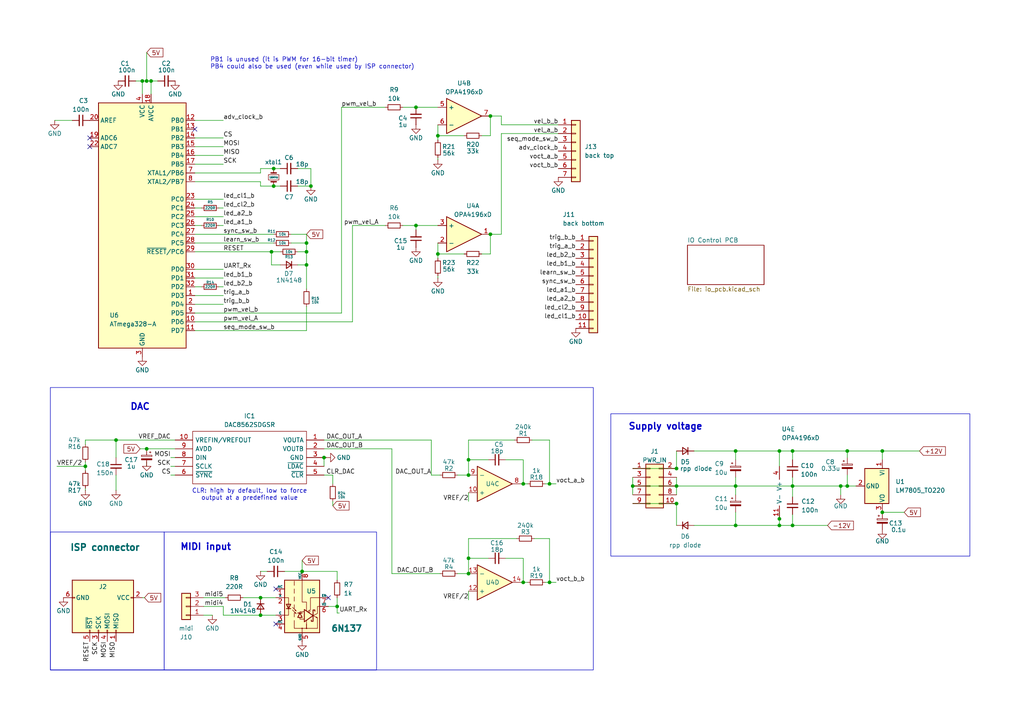
<source format=kicad_sch>
(kicad_sch (version 20231120) (generator "eeschema") (generator_version "8.0")
  (paper "A4")
  (junction (at 75.565 173.355))
  (junction (at 245.745 140.97))
  (junction (at 90.17 53.975))
  (junction (at 41.275 23.495))
  (junction (at 75.565 178.435))
  (junction (at 255.905 148.59))
  (junction (at 229.87 152.4))
  (junction (at 255.905 130.81))
  (junction (at 87.63 165.735))
  (junction (at 78.74 73.025))
  (junction (at 88.9 76.835))
  (junction (at 159.385 140.335))
  (junction (at 88.9 70.485))
  (junction (at 135.89 137.795))
  (junction (at 213.36 130.81))
  (junction (at 33.655 127.635))
  (junction (at 127 73.66))
  (junction (at 213.36 140.97))
  (junction (at 127 39.37))
  (junction (at 151.765 168.91))
  (junction (at 159.385 168.91))
  (junction (at 97.79 175.895))
  (junction (at 229.87 140.97))
  (junction (at 229.87 130.81))
  (junction (at 79.375 53.975))
  (junction (at 142.24 67.945))
  (junction (at 226.06 150.495))
  (junction (at 135.89 161.925))
  (junction (at 24.765 135.255))
  (junction (at 243.84 140.97))
  (junction (at 226.06 130.81))
  (junction (at 142.24 33.655))
  (junction (at 213.36 152.4))
  (junction (at 226.06 152.4))
  (junction (at 183.515 140.97))
  (junction (at 245.745 130.81))
  (junction (at 120.65 65.405))
  (junction (at 42.545 23.495))
  (junction (at 196.215 135.89))
  (junction (at 151.765 140.335))
  (junction (at 43.815 23.495))
  (junction (at 196.215 146.05))
  (junction (at 93.98 132.715))
  (junction (at 120.65 31.115))
  (junction (at 79.375 48.895))
  (junction (at 135.89 133.35))
  (junction (at 42.545 130.175))
  (junction (at 196.215 140.97))
  (junction (at 135.89 166.37))
  (junction (at 88.9 73.025))
  (no_connect (at 80.01 170.815))
  (no_connect (at 26.035 42.545))
  (no_connect (at 80.01 180.975))
  (no_connect (at 56.515 37.465))
  (no_connect (at 95.25 173.355))
  (no_connect (at 26.035 40.005))
  (wire (pts (xy 49.53 137.795) (xy 50.8 137.795)))
  (wire (pts (xy 42.545 15.24) (xy 42.545 23.495)))
  (wire (pts (xy 56.515 52.705) (xy 75.565 52.705)))
  (wire (pts (xy 245.745 137.795) (xy 245.745 140.97)))
  (wire (pts (xy 159.385 168.91) (xy 161.29 168.91)))
  (wire (pts (xy 127 73.66) (xy 134.62 73.66)))
  (wire (pts (xy 82.55 165.735) (xy 87.63 165.735)))
  (wire (pts (xy 146.685 133.35) (xy 151.765 133.35)))
  (wire (pts (xy 88.9 76.835) (xy 86.36 76.835)))
  (wire (pts (xy 229.87 138.43) (xy 229.87 140.97)))
  (wire (pts (xy 63.5 83.185) (xy 64.77 83.185)))
  (wire (pts (xy 56.515 67.945) (xy 79.375 67.945)))
  (wire (pts (xy 139.7 73.66) (xy 142.24 73.66)))
  (wire (pts (xy 135.89 156.21) (xy 135.89 161.925)))
  (wire (pts (xy 226.06 130.81) (xy 229.87 130.81)))
  (wire (pts (xy 245.745 130.81) (xy 255.905 130.81)))
  (wire (pts (xy 113.665 130.175) (xy 113.665 166.37)))
  (wire (pts (xy 139.7 39.37) (xy 142.24 39.37)))
  (wire (pts (xy 135.89 161.925) (xy 141.605 161.925)))
  (wire (pts (xy 96.52 140.335) (xy 96.52 137.795)))
  (wire (pts (xy 64.77 178.435) (xy 75.565 178.435)))
  (wire (pts (xy 75.565 178.435) (xy 80.01 178.435)))
  (wire (pts (xy 49.53 132.715) (xy 50.8 132.715)))
  (wire (pts (xy 154.94 156.21) (xy 159.385 156.21)))
  (wire (pts (xy 255.905 130.81) (xy 266.7 130.81)))
  (wire (pts (xy 132.715 166.37) (xy 135.89 166.37)))
  (wire (pts (xy 142.24 39.37) (xy 142.24 33.655)))
  (wire (pts (xy 159.385 127.635) (xy 159.385 140.335)))
  (wire (pts (xy 120.65 65.405) (xy 127 65.405)))
  (wire (pts (xy 88.9 95.885) (xy 88.9 88.9)))
  (wire (pts (xy 50.8 130.175) (xy 42.545 130.175)))
  (wire (pts (xy 135.89 173.99) (xy 135.89 171.45)))
  (wire (pts (xy 116.84 65.405) (xy 120.65 65.405)))
  (wire (pts (xy 149.225 127.635) (xy 135.89 127.635)))
  (wire (pts (xy 88.9 73.025) (xy 88.9 76.835)))
  (wire (pts (xy 56.515 70.485) (xy 79.375 70.485)))
  (wire (pts (xy 151.765 168.91) (xy 151.13 168.91)))
  (wire (pts (xy 229.87 149.225) (xy 229.87 152.4)))
  (wire (pts (xy 43.815 23.495) (xy 43.815 27.305)))
  (wire (pts (xy 56.515 80.645) (xy 64.77 80.645)))
  (wire (pts (xy 183.515 146.05) (xy 196.215 146.05)))
  (wire (pts (xy 97.79 165.735) (xy 97.79 168.275)))
  (wire (pts (xy 213.36 152.4) (xy 226.06 152.4)))
  (wire (pts (xy 56.515 45.085) (xy 64.77 45.085)))
  (wire (pts (xy 56.515 47.625) (xy 64.77 47.625)))
  (wire (pts (xy 97.79 177.8) (xy 98.425 177.8)))
  (wire (pts (xy 75.565 173.355) (xy 80.01 173.355)))
  (wire (pts (xy 102.235 65.405) (xy 102.235 93.345)))
  (wire (pts (xy 145.415 36.195) (xy 161.925 36.195)))
  (wire (pts (xy 102.235 65.405) (xy 111.76 65.405)))
  (wire (pts (xy 87.63 165.735) (xy 97.79 165.735)))
  (wire (pts (xy 245.745 140.97) (xy 248.285 140.97)))
  (wire (pts (xy 70.485 173.355) (xy 75.565 173.355)))
  (wire (pts (xy 15.875 34.925) (xy 20.955 34.925)))
  (wire (pts (xy 97.79 177.8) (xy 97.79 175.895)))
  (wire (pts (xy 255.905 133.35) (xy 255.905 130.81)))
  (wire (pts (xy 127 39.37) (xy 127 40.64)))
  (wire (pts (xy 213.36 130.81) (xy 213.36 133.35)))
  (wire (pts (xy 183.515 140.97) (xy 196.215 140.97)))
  (wire (pts (xy 213.36 130.81) (xy 226.06 130.81)))
  (wire (pts (xy 229.87 152.4) (xy 240.03 152.4)))
  (wire (pts (xy 213.36 138.43) (xy 213.36 140.97)))
  (wire (pts (xy 56.515 40.005) (xy 64.77 40.005)))
  (wire (pts (xy 56.515 50.165) (xy 75.565 50.165)))
  (wire (pts (xy 201.295 130.81) (xy 213.36 130.81)))
  (wire (pts (xy 196.215 138.43) (xy 196.215 140.97)))
  (wire (pts (xy 127 39.37) (xy 134.62 39.37)))
  (wire (pts (xy 58.42 60.325) (xy 56.515 60.325)))
  (wire (pts (xy 229.87 140.97) (xy 243.84 140.97)))
  (wire (pts (xy 33.655 142.24) (xy 33.655 137.795)))
  (wire (pts (xy 159.385 140.335) (xy 161.29 140.335)))
  (wire (pts (xy 226.06 130.81) (xy 226.06 135.255)))
  (wire (pts (xy 84.455 67.945) (xy 88.9 67.945)))
  (wire (pts (xy 56.515 73.025) (xy 78.74 73.025)))
  (wire (pts (xy 84.455 70.485) (xy 88.9 70.485)))
  (wire (pts (xy 41.91 173.355) (xy 41.275 173.355)))
  (wire (pts (xy 196.215 140.97) (xy 213.36 140.97)))
  (wire (pts (xy 75.565 48.895) (xy 79.375 48.895)))
  (wire (pts (xy 226.06 150.495) (xy 226.06 152.4)))
  (wire (pts (xy 56.515 93.345) (xy 102.235 93.345)))
  (wire (pts (xy 24.765 127.635) (xy 33.655 127.635)))
  (wire (pts (xy 135.89 161.925) (xy 135.89 166.37)))
  (wire (pts (xy 95.25 175.895) (xy 97.79 175.895)))
  (wire (pts (xy 213.36 140.97) (xy 229.87 140.97)))
  (wire (pts (xy 120.65 31.115) (xy 116.84 31.115)))
  (wire (pts (xy 24.765 136.525) (xy 24.765 135.255)))
  (wire (pts (xy 79.375 48.895) (xy 81.28 48.895)))
  (wire (pts (xy 229.87 130.81) (xy 229.87 133.35)))
  (wire (pts (xy 154.305 127.635) (xy 159.385 127.635)))
  (wire (pts (xy 42.545 23.495) (xy 43.815 23.495)))
  (wire (pts (xy 96.52 146.685) (xy 96.52 145.415)))
  (wire (pts (xy 42.545 133.985) (xy 42.545 135.255)))
  (wire (pts (xy 196.215 140.97) (xy 196.215 143.51)))
  (wire (pts (xy 86.36 73.025) (xy 88.9 73.025)))
  (wire (pts (xy 151.765 140.335) (xy 151.13 140.335)))
  (wire (pts (xy 151.765 161.925) (xy 151.765 168.91)))
  (wire (pts (xy 159.385 168.91) (xy 158.115 168.91)))
  (wire (pts (xy 24.765 142.24) (xy 24.765 141.605)))
  (wire (pts (xy 64.77 34.925) (xy 56.515 34.925)))
  (wire (pts (xy 127 36.195) (xy 127 39.37)))
  (wire (pts (xy 75.565 53.975) (xy 79.375 53.975)))
  (wire (pts (xy 159.385 156.21) (xy 159.385 168.91)))
  (wire (pts (xy 24.765 135.255) (xy 24.765 133.985)))
  (wire (pts (xy 213.36 148.59) (xy 213.36 152.4)))
  (wire (pts (xy 135.89 133.35) (xy 141.605 133.35)))
  (wire (pts (xy 88.9 70.485) (xy 88.9 67.945)))
  (wire (pts (xy 135.89 145.415) (xy 135.89 142.875)))
  (wire (pts (xy 58.42 83.185) (xy 56.515 83.185)))
  (wire (pts (xy 63.5 60.325) (xy 64.77 60.325)))
  (wire (pts (xy 226.06 152.4) (xy 229.87 152.4)))
  (wire (pts (xy 75.565 165.735) (xy 77.47 165.735)))
  (wire (pts (xy 146.685 161.925) (xy 151.765 161.925)))
  (wire (pts (xy 113.665 166.37) (xy 127.635 166.37)))
  (wire (pts (xy 151.765 133.35) (xy 151.765 140.335)))
  (wire (pts (xy 229.87 130.81) (xy 245.745 130.81)))
  (wire (pts (xy 145.415 33.655) (xy 145.415 36.195)))
  (wire (pts (xy 39.37 23.495) (xy 41.275 23.495)))
  (wire (pts (xy 97.79 173.355) (xy 97.79 175.895)))
  (wire (pts (xy 40.64 130.175) (xy 42.545 130.175)))
  (wire (pts (xy 196.215 152.4) (xy 196.215 146.05)))
  (wire (pts (xy 243.84 143.51) (xy 243.84 140.97)))
  (wire (pts (xy 93.98 127.635) (xy 125.095 127.635)))
  (wire (pts (xy 153.035 140.335) (xy 151.765 140.335)))
  (wire (pts (xy 41.275 23.495) (xy 41.275 27.305)))
  (wire (pts (xy 86.36 48.895) (xy 90.17 48.895)))
  (wire (pts (xy 93.98 132.715) (xy 93.98 135.255)))
  (wire (pts (xy 159.385 140.335) (xy 158.115 140.335)))
  (wire (pts (xy 16.51 135.255) (xy 24.765 135.255)))
  (wire (pts (xy 78.74 76.835) (xy 81.28 76.835)))
  (wire (pts (xy 142.24 67.945) (xy 145.415 67.945)))
  (wire (pts (xy 127 70.485) (xy 127 73.66)))
  (wire (pts (xy 86.36 53.975) (xy 90.17 53.975)))
  (wire (pts (xy 99.06 31.115) (xy 111.76 31.115)))
  (wire (pts (xy 33.655 127.635) (xy 50.8 127.635)))
  (wire (pts (xy 120.65 66.675) (xy 120.65 65.405)))
  (wire (pts (xy 41.275 23.495) (xy 42.545 23.495)))
  (wire (pts (xy 127 46.355) (xy 127 45.72)))
  (wire (pts (xy 196.215 130.81) (xy 196.215 135.89)))
  (wire (pts (xy 56.515 57.785) (xy 64.77 57.785)))
  (wire (pts (xy 135.89 133.35) (xy 135.89 137.795)))
  (wire (pts (xy 64.77 88.265) (xy 56.515 88.265)))
  (wire (pts (xy 64.77 85.725) (xy 56.515 85.725)))
  (wire (pts (xy 75.565 48.895) (xy 75.565 50.165)))
  (wire (pts (xy 64.77 78.105) (xy 56.515 78.105)))
  (wire (pts (xy 33.655 132.715) (xy 33.655 127.635)))
  (wire (pts (xy 75.565 53.975) (xy 75.565 52.705)))
  (wire (pts (xy 78.74 73.025) (xy 81.28 73.025)))
  (wire (pts (xy 183.515 140.97) (xy 183.515 143.51)))
  (wire (pts (xy 183.515 135.89) (xy 196.215 135.89)))
  (wire (pts (xy 49.53 135.255) (xy 50.8 135.255)))
  (wire (pts (xy 245.745 140.97) (xy 243.84 140.97)))
  (wire (pts (xy 93.98 130.175) (xy 113.665 130.175)))
  (wire (pts (xy 24.765 128.905) (xy 24.765 127.635)))
  (wire (pts (xy 127 80.645) (xy 127 80.01)))
  (wire (pts (xy 59.055 173.355) (xy 65.405 173.355)))
  (wire (pts (xy 45.72 23.495) (xy 43.815 23.495)))
  (wire (pts (xy 142.24 33.655) (xy 145.415 33.655)))
  (wire (pts (xy 125.095 127.635) (xy 125.095 137.795)))
  (wire (pts (xy 90.17 48.895) (xy 90.17 53.975)))
  (wire (pts (xy 132.715 137.795) (xy 135.89 137.795)))
  (wire (pts (xy 58.42 65.405) (xy 56.515 65.405)))
  (wire (pts (xy 183.515 138.43) (xy 183.515 140.97)))
  (wire (pts (xy 56.515 95.885) (xy 88.9 95.885)))
  (wire (pts (xy 245.745 132.715) (xy 245.745 130.81)))
  (wire (pts (xy 56.515 90.805) (xy 99.06 90.805)))
  (wire (pts (xy 93.98 137.795) (xy 96.52 137.795)))
  (wire (pts (xy 79.375 53.975) (xy 81.28 53.975)))
  (wire (pts (xy 88.9 76.835) (xy 88.9 83.82)))
  (wire (pts (xy 94.615 132.715) (xy 93.98 132.715)))
  (wire (pts (xy 145.415 67.945) (xy 145.415 38.735)))
  (wire (pts (xy 78.74 73.025) (xy 78.74 76.835)))
  (wire (pts (xy 142.24 73.66) (xy 142.24 67.945)))
  (wire (pts (xy 99.06 90.805) (xy 99.06 31.115)))
  (wire (pts (xy 59.055 175.895) (xy 64.77 175.895)))
  (wire (pts (xy 135.89 127.635) (xy 135.89 133.35)))
  (wire (pts (xy 226.06 148.59) (xy 226.06 150.495)))
  (wire (pts (xy 88.9 73.025) (xy 88.9 70.485)))
  (wire (pts (xy 61.595 178.435) (xy 59.055 178.435)))
  (wire (pts (xy 56.515 42.545) (xy 64.77 42.545)))
  (wire (pts (xy 63.5 65.405) (xy 64.77 65.405)))
  (wire (pts (xy 120.65 31.115) (xy 127 31.115)))
  (wire (pts (xy 145.415 38.735) (xy 161.925 38.735)))
  (wire (pts (xy 149.86 156.21) (xy 135.89 156.21)))
  (wire (pts (xy 153.035 168.91) (xy 151.765 168.91)))
  (wire (pts (xy 125.095 137.795) (xy 127.635 137.795)))
  (wire (pts (xy 87.63 162.56) (xy 87.63 165.735)))
  (wire (pts (xy 201.295 152.4) (xy 213.36 152.4)))
  (wire (pts (xy 127 73.66) (xy 127 74.93)))
  (wire (pts (xy 255.905 148.59) (xy 262.255 148.59)))
  (wire (pts (xy 213.36 143.51) (xy 213.36 140.97)))
  (wire (pts (xy 56.515 62.865) (xy 64.77 62.865)))
  (wire (pts (xy 229.87 140.97) (xy 229.87 144.145)))
  (wire (pts (xy 64.77 175.895) (xy 64.77 178.435)))
  (rectangle (start 47.625 154.305) (end 109.22 194.31))
  (rectangle (start 14.605 112.395) (end 172.085 194.31))
  (rectangle (start 14.605 154.305) (end 47.625 194.31))
  (rectangle (start 177.165 120.015) (end 281.305 161.29))
  (text "MIDI input" (at 59.69 158.75 0) (effects (font (size 1.905 1.905) (thickness 0.381) (bold yes))))
  (text "CLR: high by default, low to force\noutput at a predefined value" (at 72.39 143.51 0) (effects (font (size 1.27 1.27))))
  (text "Supply voltage" (at 193.04 123.825 0) (effects (font (size 1.905 1.905) (thickness 0.381) (bold yes))))
  (text "PB1 is unused (it is PWM for 16-bit timer)\nPB4 could also be used (even while used by ISP connector)" (at 60.96 18.415 0) (effects (font (size 1.27 1.27)) (justify left)))
  (text "DAC" (at 40.64 118.11 0) (effects (font (size 1.905 1.905) (thickness 0.381) (bold yes))))
  (label "MISO" (at 33.655 186.055 270))
  (label "led_cl2_b" (at 167.005 90.17 180))
  (label "RESET" (at 26.035 186.055 270))
  (label "led_a2_b" (at 64.77 62.865 0))
  (label "sync_sw_b" (at 64.77 67.945 0))
  (label "trig_b_b" (at 167.005 69.85 180))
  (label "VREF{slash}2" (at 135.89 145.415 180))
  (label "UART_Rx" (at 64.77 78.105 0))
  (label "SCK" (at 28.575 186.055 270))
  (label "seq_mode_sw_b" (at 161.925 41.275 180))
  (label "learn_sw_b" (at 167.005 80.01 180))
  (label "RESET" (at 64.77 73.025 0))
  (label "trig_b_b" (at 64.77 88.265 0))
  (label "pwm_vel_A" (at 64.77 93.345 0))
  (label "pwm_vel_A" (at 109.855 65.405 180))
  (label "VREF_DAC" (at 49.53 127.635 180))
  (label "led_b2_b" (at 64.77 83.185 0))
  (label "seq_mode_sw_b" (at 64.77 95.885 0))
  (label "led_a1_b" (at 64.77 65.405 0))
  (label "sync_sw_b" (at 167.005 82.55 180))
  (label "midi5" (at 64.77 173.355 180))
  (label "DAC_OUT_A" (at 94.615 127.635 0))
  (label "CS" (at 64.77 40.005 0))
  (label "DAC_OUT_B" (at 94.615 130.175 0))
  (label "voct_b_b" (at 161.29 168.91 0))
  (label "MOSI" (at 31.115 186.055 270))
  (label "led_a1_b" (at 167.005 85.09 180))
  (label "pwm_vel_b" (at 64.77 90.805 0))
  (label "CS" (at 49.53 137.795 180))
  (label "adv_clock_b" (at 161.925 43.815 180))
  (label "adv_clock_b" (at 64.77 34.925 0))
  (label "DAC_OUT_A" (at 125.095 137.795 180))
  (label "voct_b_b" (at 161.925 48.895 180))
  (label "UART_Rx" (at 98.425 177.8 0))
  (label "led_b2_b" (at 167.005 74.93 180))
  (label "led_b1_b" (at 64.77 80.645 0))
  (label "vel_b_b" (at 161.925 36.195 180))
  (label "SCK" (at 64.77 47.625 0))
  (label "trig_a_b" (at 167.005 72.39 180))
  (label "led_a2_b" (at 167.005 87.63 180))
  (label "MOSI" (at 64.77 42.545 0))
  (label "vel_a_b" (at 161.925 38.735 180))
  (label "trig_a_b" (at 64.77 85.725 0))
  (label "voct_a_b" (at 161.925 46.355 180))
  (label "led_b1_b" (at 167.005 77.47 180))
  (label "VREF{slash}2" (at 16.51 135.255 0))
  (label "pwm_vel_b" (at 109.22 31.115 180))
  (label "learn_sw_b" (at 64.77 70.485 0))
  (label "MOSI" (at 49.53 132.715 180))
  (label "led_cl1_b" (at 64.77 57.785 0))
  (label "led_cl1_b" (at 167.005 92.71 180))
  (label "DAC_OUT_B" (at 125.73 166.37 180))
  (label "VREF{slash}2" (at 135.89 173.99 180))
  (label "SCK" (at 49.53 135.255 180))
  (label "led_cl2_b" (at 64.77 60.325 0))
  (label "voct_a_b" (at 161.29 140.335 0))
  (label "MISO" (at 64.77 45.085 0))
  (label "midi4" (at 64.77 175.895 180))
  (label "CLR_DAC" (at 94.615 137.795 0))
  (global_label "5V" (shape input) (at 42.545 15.24 0) (property "Intersheetrefs" "${INTERSHEET_REFS}" (effects (hide yes))))
  (global_label "5V" (shape input) (at 88.9 67.945 0) (property "Intersheetrefs" "${INTERSHEET_REFS}" (effects (hide yes))))
  (global_label "+12V" (shape input) (at 266.7 130.81 0) (property "Intersheetrefs" "${INTERSHEET_REFS}" (effects (hide yes))))
  (global_label "5V" (shape input) (at 40.64 130.175 180) (property "Intersheetrefs" "${INTERSHEET_REFS}" (effects (hide yes))))
  (global_label "5V" (shape input) (at 41.91 173.355 0) (property "Intersheetrefs" "${INTERSHEET_REFS}" (effects (hide yes))))
  (global_label "5V" (shape input) (at 262.255 148.59 0) (property "Intersheetrefs" "${INTERSHEET_REFS}" (effects (hide yes))))
  (global_label "5V" (shape input) (at 96.52 146.685 0) (property "Intersheetrefs" "${INTERSHEET_REFS}" (effects (hide yes))))
  (global_label "-12V" (shape input) (at 240.03 152.4 0) (property "Intersheetrefs" "${INTERSHEET_REFS}" (effects (hide yes))))
  (global_label "5V" (shape input) (at 87.63 162.56 0) (property "Intersheetrefs" "${INTERSHEET_REFS}" (effects (hide yes))))
  (symbol (lib_id "Device:C_Polarized_Small") (at 255.905 151.13 0) (unit 1)
    (property "Reference" "C13" (at 257.81 151.765 0) (effects (justify left)))
    (property "Value" "0.1u" (at 258.445 153.67 0) (effects (justify left)))
    (property "Footprint" "Capacitor_SMD:C_0603_1608Metric" (effects (hide yes)))
    (property "Description" "Polarized capacitor, small symbol" (effects (hide yes)))
    (property "LCSC" "C14663" (effects (hide yes)))
    (property "Comment" "0.1u" (effects (hide yes)))
  )
  (symbol (lib_id "Device:R_Small") (at 151.765 127.635 270) (unit 1)
    (property "Reference" "R1" (at 151.765 125.73 90))
    (property "Value" "240k" (at 151.765 123.825 90))
    (property "Footprint" "Resistor_SMD:R_0603_1608Metric_Pad0.98x0.95mm_HandSolder" (effects (hide yes)))
    (property "Description" "Resistor, small symbol" (effects (hide yes)))
    (property "LCSC" "C407611" (effects (hide yes)))
    (property "Comment" "240k" (effects (hide yes)))
  )
  (symbol (lib_id "power:GND") (at 161.925 51.435 0) (unit 1)
    (property "Reference" "#PWR033" (effects (hide yes)))
    (property "Value" "GND" (at 161.925 55.245 0))
    (property "Description" "Power symbol creates a global label with name \"GND\" , ground" (effects (hide yes)))
  )
  (symbol (lib_id "Isolator:6N137") (at 87.63 175.895 0) (unit 1)
    (property "Reference" "U5" (at 88.9 171.45 0) (effects (justify left)))
    (property "Value" "6N137" (at 95.885 182.245 0) (effects (font (size 1.778 1.778) (bold yes)) (justify left)))
    (property "Footprint" "SamacSys_Parts:SOP254P1005X465-8N" (effects (hide yes)))
    (property "Description" "Single High Speed LSTTL/TTL Compatible Optocoupler with enable, dV/dt 1000/us, VCM 10, max 7V VCC, DIP-8" (effects (hide yes)))
    (property "LCSC" "C92651" (effects (hide yes)))
    (property "Comment" "6N137" (effects (hide yes)))
  )
  (symbol (lib_id "Connector_Generic:Conn_01x03") (at 53.975 175.895 180) (unit 1)
    (property "Reference" "J10" (at 53.975 184.785 0))
    (property "Value" "midi" (at 53.975 182.245 0))
    (property "Footprint" "Connector_PinHeader_2.54mm:PinHeader_1x03_P2.54mm_Vertical" (effects (hide yes)))
    (property "Description" "Generic connector, single row, 01x03, script generated (kicad-library-utils/schlib/autogen/connector/)" (effects (hide yes)))
    (property "Comment" "midi" (effects (hide yes)))
  )
  (symbol (lib_id "Device:R_Small") (at 130.175 137.795 270) (unit 1)
    (property "Reference" "R2" (at 130.175 135.89 90))
    (property "Value" "47k" (at 130.175 133.985 90))
    (property "Footprint" "Resistor_SMD:R_0603_1608Metric_Pad0.98x0.95mm_HandSolder" (effects (hide yes)))
    (property "Description" "Resistor, small symbol" (effects (hide yes)))
    (property "LCSC" "C25819" (effects (hide yes)))
    (property "Comment" "47k" (effects (hide yes)))
  )
  (symbol (lib_id "power:GND") (at 41.275 103.505 0) (unit 1)
    (property "Reference" "#PWR035" (effects (hide yes)))
    (property "Value" "GND" (at 41.275 107.315 0))
    (property "Description" "Power symbol creates a global label with name \"GND\" , ground" (effects (hide yes)))
  )
  (symbol (lib_id "power:GND") (at 61.595 178.435 0) (unit 1)
    (property "Reference" "#PWR010" (effects (hide yes)))
    (property "Value" "GND" (at 61.595 182.245 0))
    (property "Description" "Power symbol creates a global label with name \"GND\" , ground" (effects (hide yes)))
  )
  (symbol (lib_id "Device:C_Small") (at 23.495 34.925 270) (unit 1)
    (property "Reference" "C3" (at 22.86 29.21 90) (effects (justify left)))
    (property "Value" "100n" (at 20.955 31.75 90) (effects (justify left)))
    (property "Footprint" "Capacitor_SMD:C_0603_1608Metric" (effects (hide yes)))
    (property "Description" "Unpolarized capacitor, small symbol" (effects (hide yes)))
    (property "LCSC" "C14663" (effects (hide yes)))
    (property "Comment" "100n" (effects (hide yes)))
  )
  (symbol (lib_id "power:GND") (at 33.655 142.24 0) (mirror y) (unit 1)
    (property "Reference" "#PWR09" (effects (hide yes)))
    (property "Value" "GND" (at 33.655 146.05 0))
    (property "Description" "Power symbol creates a global label with name \"GND\" , ground" (effects (hide yes)))
  )
  (symbol (lib_id "Device:R_Small") (at 155.575 140.335 270) (unit 1)
    (property "Reference" "R18" (at 155.575 138.43 90))
    (property "Value" "1k" (at 155.575 136.525 90))
    (property "Footprint" "Resistor_SMD:R_0603_1608Metric_Pad0.98x0.95mm_HandSolder" (effects (hide yes)))
    (property "Description" "Resistor, small symbol" (effects (hide yes)))
    (property "LCSC" "C21190" (effects (hide yes)))
    (property "Comment" "1k" (effects (hide yes)))
  )
  (symbol (lib_id "Device:C_Small") (at 229.87 135.89 0) (unit 1)
    (property "Reference" "C10" (at 232.1941 135.0616 0) (effects (justify left)))
    (property "Value" "100n" (at 232.1941 137.5985 0) (effects (justify left)))
    (property "Footprint" "Capacitor_SMD:C_0603_1608Metric" (effects (hide yes)))
    (property "LCSC" "C14663" (effects (hide yes)))
    (property "Comment" "100n" (effects (hide yes)))
  )
  (symbol (lib_id "Device:R_Small") (at 60.96 60.325 90) (unit 1)
    (property "Reference" "R5" (at 60.96 59.055 90) (effects (font (size 0.762 0.762)) (justify top)))
    (property "Value" "220R" (at 60.96 60.325 90) (effects (font (size 0.762 0.762))))
    (property "Footprint" "Resistor_SMD:R_0603_1608Metric_Pad0.98x0.95mm_HandSolder" (effects (hide yes)))
    (property "Description" "Resistor, small symbol" (effects (hide yes)))
    (property "LCSC" "C22962" (effects (hide yes)))
    (property "Comment" "220R" (effects (hide yes)))
  )
  (symbol (lib_id "Device:C_Small") (at 80.01 165.735 270) (mirror x) (unit 1)
    (property "Reference" "C14" (at 80.01 160.02 90))
    (property "Value" "100n" (at 80.01 162.56 90))
    (property "Footprint" "Capacitor_SMD:C_0603_1608Metric" (effects (hide yes)))
    (property "Description" "Unpolarized capacitor, small symbol" (effects (hide yes)))
    (property "LCSC" "C14663" (effects (hide yes)))
    (property "Comment" "100n" (effects (hide yes)))
  )
  (symbol (lib_name "GND_1") (lib_id "power:GND") (at 255.905 153.67 0) (unit 1)
    (property "Reference" "#PWR07" (effects (hide yes)))
    (property "Value" "GND" (at 255.905 156.21 0) (effects (justify top)))
  )
  (symbol (lib_id "Device:R_Small") (at 81.915 70.485 270) (unit 1)
    (property "Reference" "R12" (at 78.74 69.215 90) (effects (font (size 0.762 0.762)) (justify top)))
    (property "Value" "10k" (at 81.915 70.485 90) (effects (font (size 0.762 0.762))))
    (property "Footprint" "Resistor_SMD:R_0603_1608Metric_Pad0.98x0.95mm_HandSolder" (effects (hide yes)))
    (property "Description" "Resistor, small symbol" (effects (hide yes)))
    (property "LCSC" "C25804" (effects (hide yes)))
    (property "Comment" "10k" (effects (hide yes)))
  )
  (symbol (lib_id "Device:R_Small") (at 81.915 67.945 270) (unit 1)
    (property "Reference" "R11" (at 78.74 66.675 90) (effects (font (size 0.762 0.762)) (justify top)))
    (property "Value" "10k" (at 81.915 67.945 90) (effects (font (size 0.762 0.762))))
    (property "Footprint" "Resistor_SMD:R_0603_1608Metric_Pad0.98x0.95mm_HandSolder" (effects (hide yes)))
    (property "Description" "Resistor, small symbol" (effects (hide yes)))
    (property "LCSC" "C25804" (effects (hide yes)))
    (property "Comment" "10k" (effects (hide yes)))
  )
  (symbol (lib_id "Device:R_Small") (at 155.575 168.91 270) (unit 1)
    (property "Reference" "R19" (at 155.575 167.005 90))
    (property "Value" "1k" (at 155.575 165.1 90))
    (property "Footprint" "Resistor_SMD:R_0603_1608Metric_Pad0.98x0.95mm_HandSolder" (effects (hide yes)))
    (property "Description" "Resistor, small symbol" (effects (hide yes)))
    (property "LCSC" "C21190" (effects (hide yes)))
    (property "Comment" "1k" (effects (hide yes)))
  )
  (symbol (lib_id "Amplifier_Operational:OPA4196xD") (at 134.62 67.945 0) (unit 1)
    (property "Reference" "U4" (at 137.16 59.69 0))
    (property "Value" "OPA4196xD" (at 137.16 62.23 0))
    (property "Footprint" "Package_SO:TSSOP-14_4.4x5mm_P0.65mm" (effects (hide yes)))
    (property "Description" "Quad, Low-Power, Low Offset Voltage, Rail-to-Rail Operational Amplifier, SOIC-14" (effects (hide yes)))
    (property "LCSC" "C2873620" (effects (hide yes)))
    (property "Price (single)" "$0.88" (effects (hide yes)))
    (property "Comment" "OPA4196xD" (effects (hide yes)))
  )
  (symbol (lib_id "Connector_Generic:Conn_01x07") (at 167.005 43.815 0) (unit 1)
    (property "Reference" "J13" (at 169.545 42.5449 0) (effects (justify left)))
    (property "Value" "back top" (at 169.545 45.0849 0) (effects (justify left)))
    (property "Footprint" "Connector_PinHeader_2.54mm:PinHeader_1x07_P2.54mm_Vertical" (effects (hide yes)))
    (property "Description" "Generic connector, single row, 01x07, script generated (kicad-library-utils/schlib/autogen/connector/)" (effects (hide yes)))
    (property "Comment" "back top" (effects (hide yes)))
  )
  (symbol (lib_id "power:GND") (at 120.65 71.755 0) (unit 1)
    (property "Reference" "#PWR016" (effects (hide yes)))
    (property "Value" "GND" (at 120.65 75.565 0))
    (property "Description" "Power symbol creates a global label with name \"GND\" , ground" (effects (hide yes)))
  )
  (symbol (lib_name "GND_1") (lib_id "power:GND") (at 243.84 143.51 0) (unit 1)
    (property "Reference" "#PWR011" (effects (hide yes)))
    (property "Value" "GND" (at 243.84 146.05 0) (effects (justify top)))
  )
  (symbol (lib_id "Device:C_Small") (at 229.87 146.685 0) (unit 1)
    (property "Reference" "C12" (at 232.41 145.4181 0) (effects (justify left)))
    (property "Value" "100n" (at 232.41 147.955 0) (effects (justify left)))
    (property "Footprint" "Capacitor_SMD:C_0603_1608Metric" (effects (hide yes)))
    (property "LCSC" "C14663" (effects (hide yes)))
    (property "Comment" "100n" (effects (hide yes)))
  )
  (symbol (lib_id "Connector_Generic:Conn_01x11") (at 172.085 82.55 0) (unit 1)
    (property "Reference" "J11" (at 163.195 62.23 0) (effects (justify left)))
    (property "Value" "back bottom" (at 163.195 64.77 0) (effects (justify left)))
    (property "Footprint" "Connector_PinHeader_2.54mm:PinHeader_1x11_P2.54mm_Vertical" (effects (hide yes)))
    (property "Description" "Generic connector, single row, 01x11, script generated (kicad-library-utils/schlib/autogen/connector/)" (effects (hide yes)))
    (property "Comment" "back bottom" (effects (hide yes)))
  )
  (symbol (lib_id "Connector:AVR-ISP-6") (at 28.575 175.895 270) (unit 1)
    (property "Reference" "J2" (at 29.845 170.18 90))
    (property "Value" "ISP connector" (at 30.48 158.75 90) (effects (font (size 1.8796 1.8796) (bold yes))))
    (property "Footprint" "Connector_PinHeader_2.54mm:PinHeader_2x03_P2.54mm_Vertical" (effects (hide yes)))
    (property "Description" "Atmel 6-pin ISP connector" (effects (hide yes)))
    (property "Comment" "ISP connector" (effects (hide yes)))
  )
  (symbol (lib_id "Connector_Generic:Conn_02x05_Odd_Even") (at 188.595 140.97 0) (unit 1)
    (property "Reference" "J1" (at 189.865 130.9202 0))
    (property "Value" "PWR_IN" (at 189.865 133.4571 0))
    (property "Footprint" "Connector_PinHeader_2.54mm:PinHeader_2x05_P2.54mm_Vertical" (effects (hide yes)))
    (property "Comment" "PWR_IN" (effects (hide yes)))
  )
  (symbol (lib_id "Device:C_Small") (at 144.145 161.925 90) (mirror x) (unit 1)
    (property "Reference" "C16" (at 146.05 157.48 90) (effects (justify left)))
    (property "Value" "18p" (at 146.05 159.385 90) (effects (justify left)))
    (property "Footprint" "Capacitor_SMD:C_0603_1608Metric" (effects (hide yes)))
    (property "Description" "Unpolarized capacitor, small symbol" (effects (hide yes)))
    (property "LCSC" "C1647" (effects (hide yes)))
    (property "Comment" "18p" (effects (hide yes)))
  )
  (symbol (lib_id "Device:Crystal_Small") (at 79.375 51.435 90) (unit 1)
    (property "Reference" "xtal1" (at 76.835 46.99 90) (effects (justify right)))
    (property "Value" "16MHz" (at 78.105 51.435 90) (effects (font (size 0.508 0.508)) (justify right)))
    (property "Footprint" "SamacSys_Parts:XT9M20ANA20M" (effects (hide yes)))
    (property "Description" "Two pin crystal, small symbol" (effects (hide yes)))
    (property "Comment" "16MHz" (effects (hide yes)))
  )
  (symbol (lib_id "Device:R_Small") (at 127 77.47 0) (unit 1)
    (property "Reference" "R23" (at 130.175 76.2 0))
    (property "Value" "56k" (at 130.175 78.105 0))
    (property "Footprint" "Resistor_SMD:R_0603_1608Metric_Pad0.98x0.95mm_HandSolder" (effects (hide yes)))
    (property "Description" "Resistor, small symbol" (effects (hide yes)))
    (property "LCSC" "C23206" (effects (hide yes)))
    (property "Comment" "56k" (effects (hide yes)))
  )
  (symbol (lib_id "Device:C_Small") (at 144.145 133.35 90) (mirror x) (unit 1)
    (property "Reference" "C5" (at 146.05 128.905 90) (effects (justify left)))
    (property "Value" "18p" (at 146.05 130.81 90) (effects (justify left)))
    (property "Footprint" "Capacitor_SMD:C_0603_1608Metric" (effects (hide yes)))
    (property "Description" "Unpolarized capacitor, small symbol" (effects (hide yes)))
    (property "LCSC" "C1647" (effects (hide yes)))
    (property "Comment" "18p" (effects (hide yes)))
  )
  (symbol (lib_id "Device:C_Small") (at 48.26 23.495 90) (mirror x) (unit 1)
    (property "Reference" "C2" (at 49.53 18.415 90) (effects (justify left)))
    (property "Value" "100n" (at 50.8 20.32 90) (effects (justify left)))
    (property "Footprint" "Capacitor_SMD:C_0603_1608Metric" (effects (hide yes)))
    (property "Description" "Unpolarized capacitor, small symbol" (effects (hide yes)))
    (property "LCSC" "C14663" (effects (hide yes)))
    (property "Comment" "100n" (effects (hide yes)))
  )
  (symbol (lib_id "Device:C_Polarized_Small") (at 245.745 135.255 0) (unit 1)
    (property "Reference" "C8" (at 239.395 133.985 0) (effects (justify left)))
    (property "Value" "0.33u" (at 238.125 135.89 0) (effects (justify left)))
    (property "Footprint" "Capacitor_SMD:C_0603_1608Metric" (effects (hide yes)))
    (property "Description" "Polarized capacitor, small symbol" (effects (hide yes)))
    (property "LCSC" "C1623" (effects (hide yes)))
    (property "Comment" "0.33u" (effects (hide yes)))
  )
  (symbol (lib_id "Device:C_Small") (at 36.83 23.495 270) (unit 1)
    (property "Reference" "C1" (at 34.925 18.415 90) (effects (justify left)))
    (property "Value" "100n" (at 34.29 20.32 90) (effects (justify left)))
    (property "Footprint" "Capacitor_SMD:C_0603_1608Metric" (effects (hide yes)))
    (property "Description" "Unpolarized capacitor, small symbol" (effects (hide yes)))
    (property "LCSC" "C14663" (effects (hide yes)))
    (property "Comment" "100n" (effects (hide yes)))
  )
  (symbol (lib_id "SamacSys_Parts:DAC8562SDGSR") (at 93.98 127.635 0) (mirror y) (unit 1)
    (property "Reference" "IC1" (at 72.39 120.65 0))
    (property "Value" "DAC8562SDGSR" (at 72.39 123.19 0))
    (property "Footprint" "SamacSys_Parts:SOP50P490X110-10N" (effects (hide yes)))
    (property "Description" "16-bit, dual-channel, low-power, ultra-low glitch, voltage output DAC with 2.5V, 4ppm/C reference" (effects (hide yes)))
    (property "Description_1" "16-bit, dual-channel, low-power, ultra-low glitch, voltage output DAC with 2.5V, 4ppm/C reference" (effects (hide yes)))
    (property "Height" "1.1" (effects (hide yes)))
    (property "Mouser Part Number" "595-DAC8562SDGSR" (effects (hide yes)))
    (property "Mouser Price/Stock" "https://www.mouser.co.uk/ProductDetail/Texas-Instruments/DAC8562SDGSR?qs=L4ss%2FyqpMWQjhHzbOFnTNg%3D%3D" (effects (hide yes)))
    (property "Manufacturer_Name" "Texas Instruments" (effects (hide yes)))
    (property "Manufacturer_Part_Number" "DAC8562SDGSR" (effects (hide yes)))
    (property "LCSC" "C127965" (effects (hide yes)))
    (property "Comment" "DAC8562SDGSR" (effects (hide yes)))
  )
  (symbol (lib_id "Device:R_Small") (at 96.52 142.875 180) (unit 1)
    (property "Reference" "R24" (at 99.06 143.51 0) (effects (font (size 0.762 0.762)) (justify top)))
    (property "Value" "10k" (at 99.06 144.145 0) (effects (font (size 0.762 0.762))))
    (property "Footprint" "Resistor_SMD:R_0603_1608Metric_Pad0.98x0.95mm_HandSolder" (effects (hide yes)))
    (property "Description" "Resistor, small symbol" (effects (hide yes)))
    (property "LCSC" "C25804" (effects (hide yes)))
    (property "Comment" "10k" (effects (hide yes)))
  )
  (symbol (lib_id "Device:D_Small") (at 198.755 130.81 180) (unit 1)
    (property "Reference" "D5" (at 198.755 133.985 0))
    (property "Value" "rpp diode" (at 201.93 135.89 0))
    (property "Footprint" "Diode_SMD:D_SOD-123F" (effects (hide yes)))
    (property "Description" "Diode, small symbol" (effects (hide yes)))
    (property "Sim.Device" "D" (effects (hide yes)))
    (property "Sim.Pins" "1=K 2=A" (effects (hide yes)))
    (property "LCSC" "C8598" (effects (hide yes)))
    (property "Comment" "rpp diode" (effects (hide yes)))
  )
  (symbol (lib_id "power:GND") (at 75.565 165.735 0) (unit 1)
    (property "Reference" "#PWR014" (effects (hide yes)))
    (property "Value" "GND" (at 75.565 169.545 0))
    (property "Description" "Power symbol creates a global label with name \"GND\" , ground" (effects (hide yes)))
  )
  (symbol (lib_id "Device:R_Small") (at 137.16 39.37 270) (unit 1)
    (property "Reference" "R20" (at 137.16 41.91 90))
    (property "Value" "33k" (at 137.16 43.815 90))
    (property "Footprint" "Resistor_SMD:R_0603_1608Metric_Pad0.98x0.95mm_HandSolder" (effects (hide yes)))
    (property "Description" "Resistor, small symbol" (effects (hide yes)))
    (property "LCSC" "C4216" (effects (hide yes)))
    (property "Comment" "33k" (effects (hide yes)))
  )
  (symbol (lib_id "power:GND") (at 24.765 142.24 0) (mirror y) (unit 1)
    (property "Reference" "#PWR028" (effects (hide yes)))
    (property "Value" "GND" (at 24.765 146.05 0))
    (property "Description" "Power symbol creates a global label with name \"GND\" , ground" (effects (hide yes)))
  )
  (symbol (lib_id "Device:R_Small") (at 152.4 156.21 270) (unit 1)
    (property "Reference" "R3" (at 152.4 154.305 90))
    (property "Value" "240k" (at 152.4 152.4 90))
    (property "Footprint" "Resistor_SMD:R_0603_1608Metric_Pad0.98x0.95mm_HandSolder" (effects (hide yes)))
    (property "Description" "Resistor, small symbol" (effects (hide yes)))
    (property "LCSC" "C407611" (effects (hide yes)))
    (property "Comment" "240k" (effects (hide yes)))
  )
  (symbol (lib_id "Amplifier_Operational:OPA4196xD") (at 143.51 140.335 0) (mirror x) (unit 3)
    (property "Reference" "U4" (at 142.875 140.335 0))
    (property "Value" "OPA4196xD" (effects (hide yes)))
    (property "Footprint" "Package_SO:TSSOP-14_4.4x5mm_P0.65mm" (effects (hide yes)))
    (property "Description" "Quad, Low-Power, Low Offset Voltage, Rail-to-Rail Operational Amplifier, SOIC-14" (effects (hide yes)))
    (property "LCSC" "C2873620" (effects (hide yes)))
    (property "Price (single)" "$0.88" (effects (hide yes)))
    (property "Comment" "OPA4196xD" (effects (hide yes)))
  )
  (symbol (lib_id "power:GND") (at 127 46.355 0) (unit 1)
    (property "Reference" "#PWR03" (effects (hide yes)))
    (property "Value" "GND" (at 127 50.165 0))
    (property "Description" "Power symbol creates a global label with name \"GND\" , ground" (effects (hide yes)))
  )
  (symbol (lib_id "Device:C_Polarized_Small") (at 213.36 135.89 0) (unit 1)
    (property "Reference" "C9" (at 207.264 134.5092 0) (effects (justify left)))
    (property "Value" "10u" (at 207.264 137.0461 0) (effects (justify left)))
    (property "Footprint" "Capacitor_SMD:CP_Elec_5x5.4" (effects (hide yes)))
    (property "LCSC" "C263975" (effects (hide yes)))
    (property "Comment" "10u" (effects (hide yes)))
  )
  (symbol (lib_id "power:GND") (at 94.615 132.715 90) (mirror x) (unit 1)
    (property "Reference" "#PWR012" (effects (hide yes)))
    (property "Value" "GND" (at 99.695 132.715 90))
    (property "Description" "Power symbol creates a global label with name \"GND\" , ground" (effects (hide yes)))
  )
  (symbol (lib_id "Device:C_Polarized_Small") (at 42.545 132.715 0) (mirror y) (unit 1)
    (property "Reference" "C17" (at 40.005 133.35 0) (effects (justify left)))
    (property "Value" "1u" (at 39.37 135.255 0) (effects (justify left)))
    (property "Footprint" "Capacitor_SMD:C_0603_1608Metric" (effects (hide yes)))
    (property "Description" "Polarized capacitor, small symbol" (effects (hide yes)))
    (property "LCSC" "C2691405" (effects (hide yes)))
    (property "Comment" "1u" (effects (hide yes)))
  )
  (symbol (lib_id "Device:C_Small") (at 120.65 33.655 180) (unit 1)
    (property "Reference" "C4" (at 116.84 34.29 0))
    (property "Value" "1u" (at 116.84 36.195 0))
    (property "Footprint" "Capacitor_SMD:C_0603_1608Metric" (effects (hide yes)))
    (property "Description" "Unpolarized capacitor, small symbol" (effects (hide yes)))
    (property "LCSC" "C2691405" (effects (hide yes)))
    (property "Comment" "1u" (effects (hide yes)))
  )
  (symbol (lib_id "Regulator_Linear:LM7805_TO220") (at 255.905 140.97 270) (unit 1)
    (property "Reference" "U1" (at 259.715 139.6999 90) (effects (justify left)))
    (property "Value" "LM7805_TO220" (at 259.715 142.2399 90) (effects (justify left)))
    (property "Footprint" "Package_TO_SOT_THT:TO-220-3_Horizontal_TabUp" (effects (hide yes)))
    (property "Datasheet" "https://www.onsemi.cn/PowerSolutions/document/MC7800-D.PDF" (effects (hide yes)))
    (property "Description" "Positive 1A 35V Linear Regulator, Fixed Output 5V, TO-220" (effects (hide yes)))
    (property "Comment" "LM7805_TO220" (effects (hide yes)))
  )
  (symbol (lib_id "power:GND") (at 15.875 34.925 0) (unit 1)
    (property "Reference" "#PWR05" (effects (hide yes)))
    (property "Value" "GND" (at 15.875 38.735 0))
    (property "Description" "Power symbol creates a global label with name \"GND\" , ground" (effects (hide yes)))
  )
  (symbol (lib_id "Device:R_Small") (at 97.79 170.815 180) (unit 1)
    (property "Reference" "R7" (at 99.695 169.5449 0) (effects (justify right)))
    (property "Value" "1k" (at 99.695 172.0849 0) (effects (justify right)))
    (property "Footprint" "Resistor_SMD:R_0603_1608Metric_Pad0.98x0.95mm_HandSolder" (effects (hide yes)))
    (property "Description" "Resistor, small symbol" (effects (hide yes)))
    (property "LCSC" "C21190" (effects (hide yes)))
    (property "Comment" "1k" (effects (hide yes)))
  )
  (symbol (lib_id "Device:R_Small") (at 114.3 31.115 90) (unit 1)
    (property "Reference" "R9" (at 114.3 26.035 90))
    (property "Value" "10k" (at 114.3 28.575 90))
    (property "Footprint" "Resistor_SMD:R_0603_1608Metric_Pad0.98x0.95mm_HandSolder" (effects (hide yes)))
    (property "Description" "Resistor, small symbol" (effects (hide yes)))
    (property "LCSC" "C25804" (effects (hide yes)))
    (property "Comment" "10k" (effects (hide yes)))
  )
  (symbol (lib_id "Device:R_Small") (at 24.765 131.445 180) (unit 1)
    (property "Reference" "R16" (at 21.59 129.54 0))
    (property "Value" "47k" (at 21.59 127.635 0))
    (property "Footprint" "Resistor_SMD:R_0603_1608Metric_Pad0.98x0.95mm_HandSolder" (effects (hide yes)))
    (property "Description" "Resistor, small symbol" (effects (hide yes)))
    (property "LCSC" "C25819" (effects (hide yes)))
    (property "Comment" "47k" (effects (hide yes)))
  )
  (symbol (lib_id "power:GND") (at 90.17 53.975 0) (unit 1)
    (property "Reference" "#PWR08" (effects (hide yes)))
    (property "Value" "GND" (at 90.17 57.785 0))
    (property "Description" "Power symbol creates a global label with name \"GND\" , ground" (effects (hide yes)))
  )
  (symbol (lib_id "MCU_Microchip_ATmega:ATmega328-A") (at 41.275 65.405 0) (unit 1)
    (property "Reference" "U6" (at 31.75 91.44 0) (effects (justify left)))
    (property "Value" "ATmega328-A" (at 31.75 93.98 0) (effects (justify left)))
    (property "Footprint" "Package_QFP:TQFP-32_7x7mm_P0.8mm" (effects (hide yes)))
    (property "Description" "20MHz, 32kB Flash, 2kB SRAM, 1kB EEPROM, TQFP-32" (effects (hide yes)))
    (property "LCSC" "C14877" (effects (hide yes)))
    (property "Comment" "ATmega328-A" (effects (hide yes)))
  )
  (symbol (lib_id "Device:R_Small") (at 67.945 173.355 90) (unit 1)
    (property "Reference" "R8" (at 67.945 167.64 90))
    (property "Value" "220R" (at 67.945 170.18 90))
    (property "Footprint" "Resistor_SMD:R_0603_1608Metric_Pad0.98x0.95mm_HandSolder" (effects (hide yes)))
    (property "Description" "Resistor, small symbol" (effects (hide yes)))
    (property "LCSC" "C22962" (effects (hide yes)))
    (property "Comment" "220R" (effects (hide yes)))
  )
  (symbol (lib_id "Device:R_Small") (at 127 43.18 0) (unit 1)
    (property "Reference" "R21" (at 130.175 42.545 0))
    (property "Value" "56k" (at 130.175 44.45 0))
    (property "Footprint" "Resistor_SMD:R_0603_1608Metric_Pad0.98x0.95mm_HandSolder" (effects (hide yes)))
    (property "Description" "Resistor, small symbol" (effects (hide yes)))
    (property "LCSC" "C23206" (effects (hide yes)))
    (property "Comment" "56k" (effects (hide yes)))
  )
  (symbol (lib_id "Device:R_Small") (at 60.96 83.185 90) (unit 1)
    (property "Reference" "R14" (at 60.96 81.915 90) (effects (font (size 0.762 0.762))))
    (property "Value" "220R" (at 60.96 83.185 90) (effects (font (size 0.762 0.762))))
    (property "Footprint" "Resistor_SMD:R_0603_1608Metric_Pad0.98x0.95mm_HandSolder" (effects (hide yes)))
    (property "Description" "Resistor, small symbol" (effects (hide yes)))
    (property "LCSC" "C22962" (effects (hide yes)))
    (property "Comment" "220R" (effects (hide yes)))
  )
  (symbol (lib_id "power:GND") (at 120.65 36.195 0) (unit 1)
    (property "Reference" "#PWR06" (effects (hide yes)))
    (property "Value" "GND" (at 120.65 40.005 0))
    (property "Description" "Power symbol creates a global label with name \"GND\" , ground" (effects (hide yes)))
  )
  (symbol (lib_id "power:GND") (at 34.29 23.495 0) (unit 1)
    (property "Reference" "#PWR01" (effects (hide yes)))
    (property "Value" "GND" (at 34.29 27.305 0))
    (property "Description" "Power symbol creates a global label with name \"GND\" , ground" (effects (hide yes)))
  )
  (symbol (lib_id "Device:R_Small") (at 60.96 65.405 90) (unit 1)
    (property "Reference" "R10" (at 60.96 64.135 90) (effects (font (size 0.762 0.762)) (justify top)))
    (property "Value" "220R" (at 60.96 65.405 90) (effects (font (size 0.762 0.762))))
    (property "Footprint" "Resistor_SMD:R_0603_1608Metric_Pad0.98x0.95mm_HandSolder" (effects (hide yes)))
    (property "Description" "Resistor, small symbol" (effects (hide yes)))
    (property "LCSC" "C22962" (effects (hide yes)))
    (property "Comment" "220R" (effects (hide yes)))
  )
  (symbol (lib_id "Device:R_Small") (at 114.3 65.405 90) (unit 1)
    (property "Reference" "R6" (at 114.3 60.325 90))
    (property "Value" "10k" (at 114.3 62.865 90))
    (property "Footprint" "Resistor_SMD:R_0603_1608Metric_Pad0.98x0.95mm_HandSolder" (effects (hide yes)))
    (property "Description" "Resistor, small symbol" (effects (hide yes)))
    (property "LCSC" "C25804" (effects (hide yes)))
    (property "Comment" "10k" (effects (hide yes)))
  )
  (symbol (lib_id "Device:C_Small") (at 83.82 48.895 90) (unit 1)
    (property "Reference" "C6" (at 83.82 45.72 90))
    (property "Value" "18p" (at 87.63 47.625 90))
    (property "Footprint" "Capacitor_SMD:C_0603_1608Metric" (effects (hide yes)))
    (property "Description" "Unpolarized capacitor, small symbol" (effects (hide yes)))
    (property "LCSC" "C1647" (effects (hide yes)))
    (property "Comment" "18p" (effects (hide yes)))
  )
  (symbol (lib_id "Amplifier_Operational:OPA4196xD") (at 143.51 168.91 0) (mirror x) (unit 4)
    (property "Reference" "U4" (at 142.875 168.91 0))
    (property "Value" "OPA4196xD" (effects (hide yes)))
    (property "Footprint" "Package_SO:TSSOP-14_4.4x5mm_P0.65mm" (effects (hide yes)))
    (property "Description" "Quad, Low-Power, Low Offset Voltage, Rail-to-Rail Operational Amplifier, SOIC-14" (effects (hide yes)))
    (property "LCSC" "C2873620" (effects (hide yes)))
    (property "Price (single)" "$0.88" (effects (hide yes)))
    (property "Comment" "OPA4196xD" (effects (hide yes)))
  )
  (symbol (lib_id "Device:C_Small") (at 33.655 135.255 0) (unit 1)
    (property "Reference" "C18" (at 27.94 134.62 0) (effects (justify left)))
    (property "Value" "150n" (at 27.94 137.1569 0) (effects (justify left)))
    (property "Footprint" "Capacitor_SMD:C_0603_1608Metric" (effects (hide yes)))
    (property "LCSC" "C464419" (effects (hide yes)))
    (property "Comment" "150n" (effects (hide yes)))
  )
  (symbol (lib_id "power:GND") (at 87.63 186.055 0) (unit 1)
    (property "Reference" "#PWR018" (effects (hide yes)))
    (property "Value" "GND" (at 87.63 189.865 0))
    (property "Description" "Power symbol creates a global label with name \"GND\" , ground" (effects (hide yes)))
  )
  (symbol (lib_id "Amplifier_Operational:OPA4196xD") (at 134.62 33.655 0) (unit 2)
    (property "Reference" "U4" (at 134.62 24.13 0))
    (property "Value" "OPA4196xD" (at 134.62 26.67 0))
    (property "Footprint" "Package_SO:TSSOP-14_4.4x5mm_P0.65mm" (effects (hide yes)))
    (property "Description" "Quad, Low-Power, Low Offset Voltage, Rail-to-Rail Operational Amplifier, SOIC-14" (effects (hide yes)))
    (property "LCSC" "C2873620" (effects (hide yes)))
    (property "Price (single)" "$0.88" (effects (hide yes)))
    (property "Comment" "OPA4196xD" (effects (hide yes)))
  )
  (symbol (lib_id "power:GND") (at 127 80.645 0) (unit 1)
    (property "Reference" "#PWR04" (effects (hide yes)))
    (property "Value" "GND" (at 127 84.455 0))
    (property "Description" "Power symbol creates a global label with name \"GND\" , ground" (effects (hide yes)))
  )
  (symbol (lib_id "Device:D_Small") (at 198.755 152.4 0) (mirror x) (unit 1)
    (property "Reference" "D6" (at 198.755 155.575 0))
    (property "Value" "rpp diode" (at 198.755 158.115 0))
    (property "Footprint" "Diode_SMD:D_SOD-123F" (effects (hide yes)))
    (property "Description" "Diode, small symbol" (effects (hide yes)))
    (property "Sim.Device" "D" (effects (hide yes)))
    (property "Sim.Pins" "1=K 2=A" (effects (hide yes)))
    (property "LCSC" "C8598" (effects (hide yes)))
    (property "Comment" "rpp diode" (effects (hide yes)))
  )
  (symbol (lib_id "Device:C_Polarized_Small") (at 213.36 146.05 0) (unit 1)
    (property "Reference" "C11" (at 207.264 144.6692 0) (effects (justify left)))
    (property "Value" "10u" (at 207.264 147.2061 0) (effects (justify left)))
    (property "Footprint" "Capacitor_SMD:CP_Elec_5x5.4" (effects (hide yes)))
    (property "LCSC" "C263975" (effects (hide yes)))
    (property "Comment" "10u" (effects (hide yes)))
  )
  (symbol (lib_id "Device:C_Small") (at 120.65 69.215 180) (unit 1)
    (property "Reference" "C15" (at 116.205 69.85 0))
    (property "Value" "1u" (at 116.205 71.755 0))
    (property "Footprint" "Capacitor_SMD:C_0603_1608Metric" (effects (hide yes)))
    (property "Description" "Unpolarized capacitor, small symbol" (effects (hide yes)))
    (property "LCSC" "C2691405" (effects (hide yes)))
    (property "Comment" "1u" (effects (hide yes)))
  )
  (symbol (lib_id "Device:D_Small") (at 75.565 175.895 270) (unit 1)
    (property "Reference" "D1" (at 70.485 175.26 90) (effects (justify left)))
    (property "Value" "1N4148" (at 66.675 177.165 90) (effects (justify left)))
    (property "Footprint" "Diode_SMD:D_SOD-323_HandSoldering" (effects (hide yes)))
    (property "Description" "Diode, small symbol" (effects (hide yes)))
    (property "Sim.Device" "D" (effects (hide yes)))
    (property "Sim.Pins" "1=K 2=A" (effects (hide yes)))
    (property "LCSC" "C2128" (effects (hide yes)))
    (property "Comment" "1N4148" (effects (hide yes)))
  )
  (symbol (lib_id "power:GND") (at 18.415 173.355 0) (unit 1)
    (property "Reference" "#PWR015" (effects (hide yes)))
    (property "Value" "GND" (at 18.415 177.165 0))
    (property "Description" "Power symbol creates a global label with name \"GND\" , ground" (effects (hide yes)))
  )
  (symbol (lib_id "Device:D_Small") (at 83.82 76.835 180) (unit 1)
    (property "Reference" "D7" (at 85.09 79.375 0) (effects (justify left)))
    (property "Value" "1N4148" (at 87.63 81.28 0) (effects (justify left)))
    (property "Footprint" "Diode_SMD:D_SOD-323_HandSoldering" (effects (hide yes)))
    (property "Description" "Diode, small symbol" (effects (hide yes)))
    (property "Sim.Device" "D" (effects (hide yes)))
    (property "Sim.Pins" "1=K 2=A" (effects (hide yes)))
    (property "LCSC" "C2128" (effects (hide yes)))
    (property "Comment" "1N4148" (effects (hide yes)))
  )
  (symbol (lib_id "power:GND") (at 167.005 95.25 0) (unit 1)
    (property "Reference" "#PWR034" (effects (hide yes)))
    (property "Value" "GND" (at 167.005 99.06 0))
    (property "Description" "Power symbol creates a global label with name \"GND\" , ground" (effects (hide yes)))
  )
  (symbol (lib_id "Device:R_Small") (at 137.16 73.66 270) (unit 1)
    (property "Reference" "R22" (at 137.16 76.2 90))
    (property "Value" "33k" (at 137.16 78.74 90))
    (property "Footprint" "Resistor_SMD:R_0603_1608Metric_Pad0.98x0.95mm_HandSolder" (effects (hide yes)))
    (property "Description" "Resistor, small symbol" (effects (hide yes)))
    (property "LCSC" "C4216" (effects (hide yes)))
    (property "Comment" "33k" (effects (hide yes)))
  )
  (symbol (lib_id "Device:C_Small") (at 83.82 53.975 90) (unit 1)
    (property "Reference" "C7" (at 83.82 57.15 90))
    (property "Value" "18p" (at 87.63 52.705 90))
    (property "Footprint" "Capacitor_SMD:C_0603_1608Metric" (effects (hide yes)))
    (property "Description" "Unpolarized capacitor, small symbol" (effects (hide yes)))
    (property "LCSC" "C1647" (effects (hide yes)))
    (property "Comment" "18p" (effects (hide yes)))
  )
  (symbol (lib_id "Device:R_Small") (at 83.82 73.025 90) (unit 1)
    (property "Reference" "R13" (at 83.82 74.93 90) (effects (font (size 0.762 0.762)) (justify top)))
    (property "Value" "10k" (at 83.82 73.025 90) (effects (font (size 0.762 0.762))))
    (property "Footprint" "Resistor_SMD:R_0603_1608Metric_Pad0.98x0.95mm_HandSolder" (effects (hide yes)))
    (property "Description" "Resistor, small symbol" (effects (hide yes)))
    (property "LCSC" "C25804" (effects (hide yes)))
    (property "Comment" "10k" (effects (hide yes)))
  )
  (symbol (lib_id "Device:R_Small") (at 24.765 139.065 180) (unit 1)
    (property "Reference" "R17" (at 21.59 142.24 0))
    (property "Value" "47k" (at 21.59 140.335 0))
    (property "Footprint" "Resistor_SMD:R_0603_1608Metric_Pad0.98x0.95mm_HandSolder" (effects (hide yes)))
    (property "Description" "Resistor, small symbol" (effects (hide yes)))
    (property "LCSC" "C25819" (effects (hide yes)))
    (property "Comment" "47k" (effects (hide yes)))
  )
  (symbol (lib_id "Device:R_Small") (at 88.9 86.36 180) (unit 1)
    (property "Reference" "R15" (at 91.44 86.995 0) (effects (font (size 0.762 0.762)) (justify top)))
    (property "Value" "10k" (at 91.44 87.63 0) (effects (font (size 0.762 0.762))))
    (property "Footprint" "Resistor_SMD:R_0603_1608Metric_Pad0.98x0.95mm_HandSolder" (effects (hide yes)))
    (property "Description" "Resistor, small symbol" (effects (hide yes)))
    (property "LCSC" "C25804" (effects (hide yes)))
    (property "Comment" "10k" (effects (hide yes)))
  )
  (symbol (lib_id "Device:R_Small") (at 130.175 166.37 270) (unit 1)
    (property "Reference" "R4" (at 130.175 164.465 90))
    (property "Value" "47k" (at 130.175 162.56 90))
    (property "Footprint" "Resistor_SMD:R_0603_1608Metric_Pad0.98x0.95mm_HandSolder" (effects (hide yes)))
    (property "Description" "Resistor, small symbol" (effects (hide yes)))
    (property "LCSC" "C25819" (effects (hide yes)))
    (property "Comment" "47k" (effects (hide yes)))
  )
  (symbol (lib_id "Amplifier_Operational:OPA4196xD") (at 228.6 142.875 0) (unit 5)
    (property "Reference" "U4" (at 226.695 124.46 0) (effects (justify left)))
    (property "Value" "OPA4196xD" (at 226.695 127 0) (effects (justify left)))
    (property "Footprint" "Package_SO:TSSOP-14_4.4x5mm_P0.65mm" (effects (hide yes)))
    (property "Description" "Quad, Low-Power, Low Offset Voltage, Rail-to-Rail Operational Amplifier, SOIC-14" (effects (hide yes)))
    (property "LCSC" "C2873620" (effects (hide yes)))
    (property "Price (single)" "$0.88" (effects (hide yes)))
    (property "Comment" "OPA4196xD" (effects (hide yes)))
  )
  (symbol (lib_id "power:GND") (at 50.8 23.495 0) (unit 1)
    (property "Reference" "#PWR02" (effects (hide yes)))
    (property "Value" "GND" (at 50.8 27.305 0))
    (property "Description" "Power symbol creates a global label with name \"GND\" , ground" (effects (hide yes)))
  )
  (symbol (lib_id "power:GND") (at 42.545 133.985 0) (mirror y) (unit 1)
    (property "Reference" "#PWR036" (effects (hide yes)))
    (property "Value" "GND" (at 42.545 137.795 0))
    (property "Description" "Power symbol creates a global label with name \"GND\" , ground" (effects (hide yes)))
  )
  (sheet (at 199.39 71.12) (size 22.225 11.43) (stroke (width 0.1524))
    (property "Sheetname" "IO Control PCB" (at 199.39 70.4084 0) (effects (justify left bottom)))
    (property "Sheetfile" "io_pcb.kicad_sch" (at 199.39 83.1346 0) (effects (justify left top)))
  )
)
</source>
